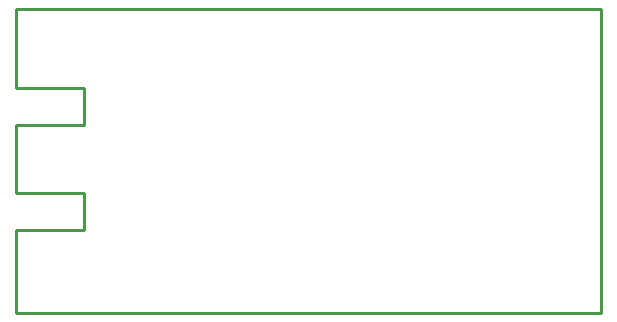
<source format=gbr>
G04 EAGLE Gerber RS-274X export*
G75*
%MOMM*%
%FSLAX34Y34*%
%LPD*%
%IN*%
%IPPOS*%
%AMOC8*
5,1,8,0,0,1.08239X$1,22.5*%
G01*
%ADD10C,0.254000*%


D10*
X0Y742950D02*
X495100Y742950D01*
X495100Y1000000D01*
X0Y1000000D01*
X0Y933450D01*
X57150Y933450D01*
X57150Y901700D01*
X0Y901700D01*
X0Y844550D01*
X57150Y844550D01*
X57150Y812800D01*
X0Y812800D01*
X0Y742950D01*
M02*

</source>
